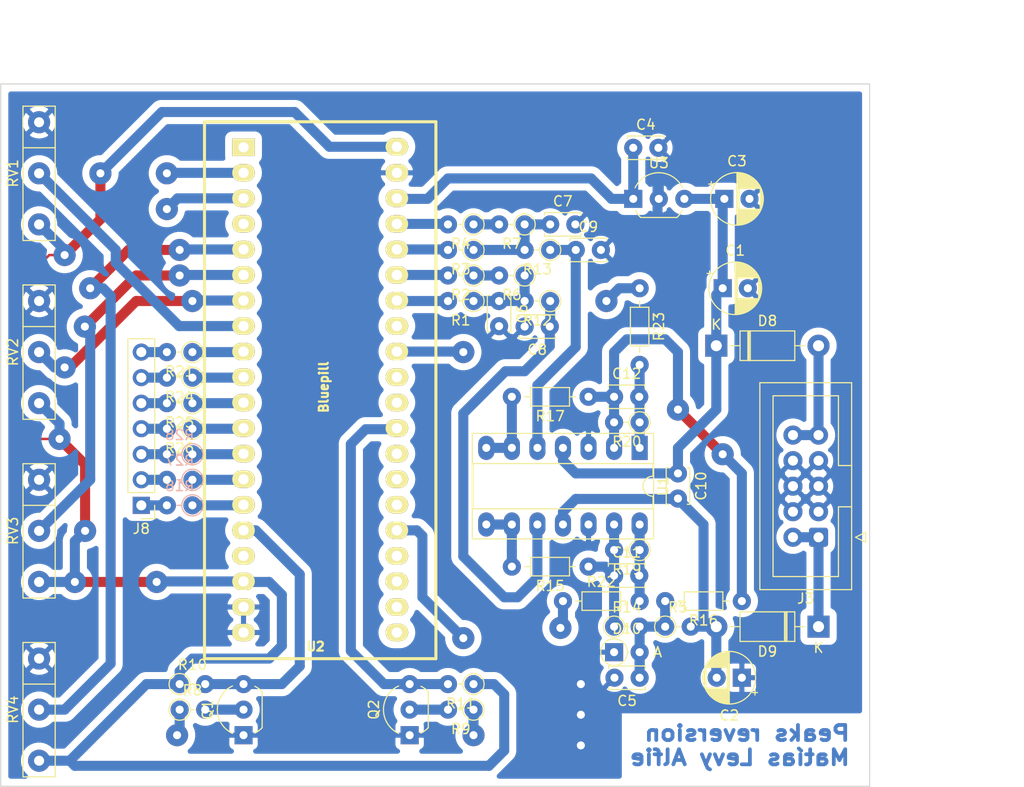
<source format=kicad_pcb>
(kicad_pcb (version 20171130) (host pcbnew "(5.1.6)-1")
  (layers (0 F.Cu signal) (31 B.Cu signal) (34 B.Paste user) (35 F.Paste user) (36 B.SilkS user) (37 F.SilkS user) (38 B.Mask user) (39 F.Mask user) (44 Edge.Cuts user))
  (net 0 "")
  (net 1 GND)
  (net 2 +12V)
  (net 3 -12V)
  (net 4 +5V)
  (net 5 /REF_-3.6)
  (net 6 "Net-(C6-Pad1)")
  (net 7 "Net-(C7-Pad1)")
  (net 8 "Net-(C8-Pad1)")
  (net 9 "Net-(C9-Pad1)")
  (net 10 "Net-(C11-Pad2)")
  (net 11 "Net-(C11-Pad1)")
  (net 12 "Net-(C12-Pad2)")
  (net 13 "Net-(C12-Pad1)")
  (net 14 "Net-(D8-Pad2)")
  (net 15 "Net-(D9-Pad1)")
  (net 16 /TRIG_1)
  (net 17 "Net-(Q1-Pad2)")
  (net 18 /TRIG_2)
  (net 19 "Net-(Q2-Pad2)")
  (net 20 /CH1_PWM1)
  (net 21 /CH1_PWM2)
  (net 22 "Net-(R2-Pad1)")
  (net 23 /CH2_PWM1)
  (net 24 /CH2_PWM2)
  (net 25 "Net-(R4-Pad1)")
  (net 26 +3V3)
  (net 27 "Net-(R15-Pad2)")
  (net 28 "Net-(R17-Pad2)")
  (net 29 /LED1)
  (net 30 /LED2)
  (net 31 /LED3)
  (net 32 /LED4)
  (net 33 /LED5)
  (net 34 /LED_SALIDA_1)
  (net 35 /LED_SALIDA_2)
  (net 36 /POT_1)
  (net 37 /POT_2)
  (net 38 /POT_3)
  (net 39 /POT_4)
  (net 40 /SW_DUAL)
  (net 41 /SW_MODE)
  (net 42 /SW_TRIG1)
  (net 43 /SW_TRIG2)
  (net 44 "Net-(U2-Pad42)")
  (net 45 "Net-(U2-Pad41)")
  (net 46 "Net-(U2-Pad33)")
  (net 47 "Net-(U2-Pad31)")
  (net 48 "Net-(U2-Pad30)")
  (net 49 "Net-(U2-Pad28)")
  (net 50 "Net-(U2-Pad27)")
  (net 51 "Net-(U2-Pad26)")
  (net 52 "Net-(U2-Pad24)")
  (net 53 "Net-(U2-Pad23)")
  (net 54 "Net-(U2-Pad22)")
  (net 55 "Net-(U2-Pad21)")
  (net 56 "Net-(U2-Pad17)")
  (net 57 "Net-(U2-Pad4)")
  (net 58 "Net-(U2-Pad1)")
  (net 59 TO_IN1)
  (net 60 TO_IN2)
  (net 61 TO_D1)
  (net 62 TO_D2)
  (net 63 TO_D3)
  (net 64 TO_D4)
  (net 65 TO_D5)
  (net 66 TO_D6)
  (net 67 TO_D7)
  (net 68 TO_OUT1)
  (net 69 TO_OUT2)
  (module Connector_PinHeader_2.54mm:PinHeader_1x07_P2.54mm_Vertical (layer F.Cu) (at 83.82 91.44 180)
    (fp_text reference J8 (at 0 -2.33) (layer F.SilkS))
    (fp_text value Conn_01x07)
    (pad 7 thru_hole oval (at 0 15.24 180) (size 1.7 1.7) (drill 1) (layers *.Cu *.Mask) (net 62 TO_D2))
    (pad 6 thru_hole oval (at 0 12.7 180) (size 1.7 1.7) (drill 1) (layers *.Cu *.Mask) (net 63 TO_D3))
    (pad 5 thru_hole oval (at 0 10.16 180) (size 1.7 1.7) (drill 1) (layers *.Cu *.Mask) (net 64 TO_D4))
    (pad 4 thru_hole oval (at 0 7.62 180) (size 1.7 1.7) (drill 1) (layers *.Cu *.Mask) (net 65 TO_D5))
    (pad 3 thru_hole oval (at 0 5.08 180) (size 1.7 1.7) (drill 1) (layers *.Cu *.Mask) (net 67 TO_D7))
    (pad 2 thru_hole oval (at 0 2.54 180) (size 1.7 1.7) (drill 1) (layers *.Cu *.Mask) (net 66 TO_D6))
    (pad 1 thru_hole rect (at 0 0 180) (size 1.7 1.7) (drill 1) (layers *.Cu *.Mask) (net 61 TO_D1))
  )
  (module Personal:R_Axial_DIN0204_L3.6mm_D1.6mm_P2.54mm_Vertical_Large_Pads (layer B.Cu) (at 88.9 86.36 180)
    (fp_text reference R28 (at 1.27 1.92) (layer B.SilkS) (effects (justify mirror)))
    (fp_text value 2k)
    (pad 2 thru_hole oval (at 2.54 0 180) (size 1.8 1.8) (drill 0.8) (layers *.Cu *.Mask) (net 67 TO_D7))
    (pad 1 thru_hole circle (at 0 0 180) (size 1.8 1.8) (drill 0.8) (layers *.Cu *.Mask) (net 35 /LED_SALIDA_2))
  )
  (module Personal:R_Axial_DIN0204_L3.6mm_D1.6mm_P2.54mm_Vertical_Large_Pads (layer B.Cu) (at 88.9 88.9 180)
    (fp_text reference R27 (at 1.27 1.92) (layer B.SilkS) (effects (justify mirror)))
    (fp_text value 2k)
    (pad 2 thru_hole oval (at 2.54 0 180) (size 1.8 1.8) (drill 0.8) (layers *.Cu *.Mask) (net 66 TO_D6))
    (pad 1 thru_hole circle (at 0 0 180) (size 1.8 1.8) (drill 0.8) (layers *.Cu *.Mask) (net 34 /LED_SALIDA_1))
  )
  (module Personal:R_Axial_DIN0204_L3.6mm_D1.6mm_P2.54mm_Vertical_Large_Pads (layer F.Cu) (at 88.9 83.82 180)
    (fp_text reference R26 (at 1.27 -1.92) (layer F.SilkS))
    (fp_text value 2k)
    (pad 2 thru_hole oval (at 2.54 0 180) (size 1.8 1.8) (drill 0.8) (layers *.Cu *.Mask) (net 65 TO_D5))
    (pad 1 thru_hole circle (at 0 0 180) (size 1.8 1.8) (drill 0.8) (layers *.Cu *.Mask) (net 33 /LED5))
  )
  (module Personal:R_Axial_DIN0204_L3.6mm_D1.6mm_P2.54mm_Vertical_Large_Pads (layer F.Cu) (at 88.9 81.28 180)
    (fp_text reference R25 (at 1.27 -1.92) (layer F.SilkS))
    (fp_text value 2k)
    (pad 2 thru_hole oval (at 2.54 0 180) (size 1.8 1.8) (drill 0.8) (layers *.Cu *.Mask) (net 64 TO_D4))
    (pad 1 thru_hole circle (at 0 0 180) (size 1.8 1.8) (drill 0.8) (layers *.Cu *.Mask) (net 32 /LED4))
  )
  (module Personal:R_Axial_DIN0204_L3.6mm_D1.6mm_P2.54mm_Vertical_Large_Pads (layer F.Cu) (at 88.9 78.74 180)
    (fp_text reference R24 (at 1.27 -1.92) (layer F.SilkS))
    (fp_text value 2k)
    (pad 2 thru_hole oval (at 2.54 0 180) (size 1.8 1.8) (drill 0.8) (layers *.Cu *.Mask) (net 63 TO_D3))
    (pad 1 thru_hole circle (at 0 0 180) (size 1.8 1.8) (drill 0.8) (layers *.Cu *.Mask) (net 31 /LED3))
  )
  (module Personal:R_Axial_DIN0204_L3.6mm_D1.6mm_P2.54mm_Vertical_Large_Pads (layer F.Cu) (at 88.9 76.2 180)
    (fp_text reference R21 (at 1.27 -1.92 180) (layer F.SilkS))
    (fp_text value 2k)
    (pad 2 thru_hole oval (at 2.54 0 180) (size 1.8 1.8) (drill 0.8) (layers *.Cu *.Mask) (net 62 TO_D2))
    (pad 1 thru_hole circle (at 0 0 180) (size 1.8 1.8) (drill 0.8) (layers *.Cu *.Mask) (net 30 /LED2))
  )
  (module Personal:R_Axial_DIN0204_L3.6mm_D1.6mm_P2.54mm_Vertical_Large_Pads (layer B.Cu) (at 88.9 91.44 180)
    (fp_text reference R18 (at 1.27 1.92) (layer B.SilkS) (effects (justify mirror)))
    (fp_text value 2k)
    (pad 2 thru_hole oval (at 2.54 0 180) (size 1.8 1.8) (drill 0.8) (layers *.Cu *.Mask) (net 61 TO_D1))
    (pad 1 thru_hole circle (at 0 0 180) (size 1.8 1.8) (drill 0.8) (layers *.Cu *.Mask) (net 29 /LED1))
  )
  (module Personal:R_Axial_DIN0204_L3.6mm_D1.6mm_P7.62mm_Horizontal_Large_Pads (layer F.Cu) (at 125.73 100.965)
    (fp_text reference R22 (at 3.81 -1.92) (layer F.SilkS))
    (fp_text value 1k)
    (pad 2 thru_hole oval (at 7.62 0) (size 1.8 1.8) (drill 0.8) (layers *.Cu *.Mask) (net 10 "Net-(C11-Pad2)"))
    (pad 1 thru_hole circle (at 0 0) (size 1.8 1.8) (drill 0.8) (layers *.Cu *.Mask) (net 68 TO_OUT1))
  )
  (module Personal:R_Axial_DIN0204_L3.6mm_D1.6mm_P7.62mm_Horizontal_Large_Pads (layer F.Cu) (at 143.51 100.965 180)
    (fp_text reference R16 (at 3.81 -1.92) (layer F.SilkS))
    (fp_text value 15k)
    (pad 2 thru_hole oval (at 7.62 0 180) (size 1.8 1.8) (drill 0.8) (layers *.Cu *.Mask) (net 5 /REF_-3.6))
    (pad 1 thru_hole circle (at 0 0 180) (size 1.8 1.8) (drill 0.8) (layers *.Cu *.Mask) (net 13 "Net-(C12-Pad1)"))
  )
  (module Personal:R_Axial_DIN0204_L3.6mm_D1.6mm_P2.54mm_Vertical_Large_Pads (layer F.Cu) (at 130.81 103.505)
    (fp_text reference R14 (at 1.27 -1.92) (layer F.SilkS))
    (fp_text value 15k)
    (pad 2 thru_hole oval (at 2.54 0) (size 1.8 1.8) (drill 0.8) (layers *.Cu *.Mask) (net 5 /REF_-3.6))
    (pad 1 thru_hole circle (at 0 0) (size 1.8 1.8) (drill 0.8) (layers *.Cu *.Mask) (net 11 "Net-(C11-Pad1)"))
  )
  (module Package_DIP:DIP-14_W7.62mm_Socket_LongPads (layer F.Cu) (at 133.35 85.725 270)
    (fp_text reference U1 (at 3.81 -2.33 90) (layer F.SilkS))
    (fp_text value TL074)
    (pad 14 thru_hole oval (at 7.62 0 270) (size 2.4 1.6) (drill 0.8) (layers *.Cu *.Mask) (net 10 "Net-(C11-Pad2)"))
    (pad 7 thru_hole oval (at 0 15.24 270) (size 2.4 1.6) (drill 0.8) (layers *.Cu *.Mask) (net 28 "Net-(R17-Pad2)"))
    (pad 13 thru_hole oval (at 7.62 2.54 270) (size 2.4 1.6) (drill 0.8) (layers *.Cu *.Mask) (net 11 "Net-(C11-Pad1)"))
    (pad 6 thru_hole oval (at 0 12.7 270) (size 2.4 1.6) (drill 0.8) (layers *.Cu *.Mask) (net 28 "Net-(R17-Pad2)"))
    (pad 12 thru_hole oval (at 7.62 5.08 270) (size 2.4 1.6) (drill 0.8) (layers *.Cu *.Mask) (net 1 GND))
    (pad 5 thru_hole oval (at 0 10.16 270) (size 2.4 1.6) (drill 0.8) (layers *.Cu *.Mask) (net 9 "Net-(C9-Pad1)"))
    (pad 11 thru_hole oval (at 7.62 7.62 270) (size 2.4 1.6) (drill 0.8) (layers *.Cu *.Mask) (net 3 -12V))
    (pad 4 thru_hole oval (at 0 7.62 270) (size 2.4 1.6) (drill 0.8) (layers *.Cu *.Mask) (net 2 +12V))
    (pad 10 thru_hole oval (at 7.62 10.16 270) (size 2.4 1.6) (drill 0.8) (layers *.Cu *.Mask) (net 8 "Net-(C8-Pad1)"))
    (pad 3 thru_hole oval (at 0 5.08 270) (size 2.4 1.6) (drill 0.8) (layers *.Cu *.Mask) (net 1 GND))
    (pad 9 thru_hole oval (at 7.62 12.7 270) (size 2.4 1.6) (drill 0.8) (layers *.Cu *.Mask) (net 27 "Net-(R15-Pad2)"))
    (pad 2 thru_hole oval (at 0 2.54 270) (size 2.4 1.6) (drill 0.8) (layers *.Cu *.Mask) (net 13 "Net-(C12-Pad1)"))
    (pad 8 thru_hole oval (at 7.62 15.24 270) (size 2.4 1.6) (drill 0.8) (layers *.Cu *.Mask) (net 27 "Net-(R15-Pad2)"))
    (pad 1 thru_hole rect (at 0 0 270) (size 2.4 1.6) (drill 0.8) (layers *.Cu *.Mask) (net 12 "Net-(C12-Pad2)"))
  )
  (module Personal:R_Axial_DIN0204_L3.6mm_D1.6mm_P7.62mm_Horizontal_Large_Pads (layer F.Cu) (at 133.35 69.85 270)
    (fp_text reference R23 (at 3.81 -1.92 90) (layer F.SilkS))
    (fp_text value 1k)
    (pad 2 thru_hole oval (at 7.62 0 270) (size 1.8 1.8) (drill 0.8) (layers *.Cu *.Mask) (net 12 "Net-(C12-Pad2)"))
    (pad 1 thru_hole circle (at 0 0 270) (size 1.8 1.8) (drill 0.8) (layers *.Cu *.Mask) (net 69 TO_OUT2))
  )
  (module Personal:R_Axial_DIN0204_L3.6mm_D1.6mm_P7.62mm_Horizontal_Large_Pads (layer F.Cu) (at 128.27 80.645 180)
    (fp_text reference R17 (at 3.81 -1.92) (layer F.SilkS))
    (fp_text value 6k8)
    (pad 2 thru_hole oval (at 7.62 0 180) (size 1.8 1.8) (drill 0.8) (layers *.Cu *.Mask) (net 28 "Net-(R17-Pad2)"))
    (pad 1 thru_hole circle (at 0 0 180) (size 1.8 1.8) (drill 0.8) (layers *.Cu *.Mask) (net 13 "Net-(C12-Pad1)"))
  )
  (module Personal:R_Axial_DIN0204_L3.6mm_D1.6mm_P7.62mm_Horizontal_Large_Pads (layer F.Cu) (at 128.27 97.536 180)
    (fp_text reference R15 (at 3.81 -1.92) (layer F.SilkS))
    (fp_text value 6k8)
    (pad 2 thru_hole oval (at 7.62 0 180) (size 1.8 1.8) (drill 0.8) (layers *.Cu *.Mask) (net 27 "Net-(R15-Pad2)"))
    (pad 1 thru_hole circle (at 0 0 180) (size 1.8 1.8) (drill 0.8) (layers *.Cu *.Mask) (net 11 "Net-(C11-Pad1)"))
  )
  (module Personal:TO-92_Inline_Wide_Large_Pads (layer F.Cu) (at 132.715 60.96)
    (fp_text reference U3 (at 2.54 -3.56) (layer F.SilkS))
    (fp_text value 78l05)
    (pad 1 thru_hole rect (at 0 0 90) (size 1.8 1.8) (drill 0.8) (layers *.Cu *.Mask) (net 4 +5V))
    (pad 3 thru_hole circle (at 5.08 0 90) (size 1.8 1.8) (drill 0.8) (layers *.Cu *.Mask) (net 2 +12V))
    (pad 2 thru_hole circle (at 2.54 0 90) (size 1.8 1.8) (drill 0.8) (layers *.Cu *.Mask) (net 1 GND))
  )
  (module BluePill_breakouts:BluePill_STM32F103C (layer F.Cu) (at 93.98 55.88)
    (fp_text reference U2 (at 7.1628 49.6062 180) (layer F.SilkS) (effects (font (size 0.889 0.889) (thickness 0.3048))))
    (fp_text value Bluepill (at 7.9756 23.7998 90) (layer F.SilkS) (effects (font (size 0.889 0.889) (thickness 0.22225))))
    (pad 40 thru_hole oval (at 15.24 -0.1016 90) (size 1.7272 2.25) (drill 1.016) (layers *.Cu *.Mask F.SilkS) (net 26 +3V3))
    (pad 39 thru_hole oval (at 15.24 2.4892 90) (size 1.7272 2.25) (drill 1.016) (layers *.Cu *.Mask F.SilkS) (net 1 GND))
    (pad 38 thru_hole oval (at 15.24 5.0292 90) (size 1.7272 2.25) (drill 1.016) (layers *.Cu *.Mask F.SilkS) (net 4 +5V))
    (pad 37 thru_hole oval (at 15.24 7.5692 90) (size 1.7272 2.25) (drill 1.016) (layers *.Cu *.Mask F.SilkS) (net 24 /CH2_PWM2))
    (pad 36 thru_hole oval (at 15.24 10.1092 90) (size 1.7272 2.25) (drill 1.016) (layers *.Cu *.Mask F.SilkS) (net 23 /CH2_PWM1))
    (pad 35 thru_hole oval (at 15.24 12.6492 90) (size 1.7272 2.25) (drill 1.016) (layers *.Cu *.Mask F.SilkS) (net 21 /CH1_PWM2))
    (pad 34 thru_hole oval (at 15.24 15.1892 90) (size 1.7272 2.25) (drill 1.016) (layers *.Cu *.Mask F.SilkS) (net 20 /CH1_PWM1))
    (pad 33 thru_hole oval (at 15.24 17.7292 90) (size 1.7272 2.25) (drill 1.016) (layers *.Cu *.Mask F.SilkS) (net 46 "Net-(U2-Pad33)"))
    (pad 32 thru_hole oval (at 15.24 20.2692 90) (size 1.7272 2.25) (drill 1.016) (layers *.Cu *.Mask F.SilkS) (net 43 /SW_TRIG2))
    (pad 31 thru_hole oval (at 15.24 22.8092 90) (size 1.7272 2.25) (drill 1.016) (layers *.Cu *.Mask F.SilkS) (net 47 "Net-(U2-Pad31)"))
    (pad 30 thru_hole oval (at 15.24 25.3492 90) (size 1.7272 2.25) (drill 1.016) (layers *.Cu *.Mask F.SilkS) (net 48 "Net-(U2-Pad30)"))
    (pad 29 thru_hole oval (at 15.24 27.8892 90) (size 1.7272 2.25) (drill 1.016) (layers *.Cu *.Mask F.SilkS) (net 18 /TRIG_2))
    (pad 28 thru_hole oval (at 15.24 30.4292 90) (size 1.7272 2.25) (drill 1.016) (layers *.Cu *.Mask F.SilkS) (net 49 "Net-(U2-Pad28)"))
    (pad 27 thru_hole oval (at 15.24 32.9692 90) (size 1.7272 2.25) (drill 1.016) (layers *.Cu *.Mask F.SilkS) (net 50 "Net-(U2-Pad27)"))
    (pad 26 thru_hole oval (at 15.24 35.5092 90) (size 1.7272 2.25) (drill 1.016) (layers *.Cu *.Mask F.SilkS) (net 51 "Net-(U2-Pad26)"))
    (pad 25 thru_hole oval (at 15.24 38.0492 90) (size 1.7272 2.25) (drill 1.016) (layers *.Cu *.Mask F.SilkS) (net 42 /SW_TRIG1))
    (pad 24 thru_hole oval (at 15.24 40.5892 90) (size 1.7272 2.25) (drill 1.016) (layers *.Cu *.Mask F.SilkS) (net 52 "Net-(U2-Pad24)"))
    (pad 23 thru_hole oval (at 15.24 43.1292 90) (size 1.7272 2.25) (drill 1.016) (layers *.Cu *.Mask F.SilkS) (net 53 "Net-(U2-Pad23)"))
    (pad 22 thru_hole oval (at 15.24 45.6692 90) (size 1.7272 2.25) (drill 1.016) (layers *.Cu *.Mask F.SilkS) (net 54 "Net-(U2-Pad22)"))
    (pad 21 thru_hole oval (at 15.24 48.2092 90) (size 1.7272 2.25) (drill 1.016) (layers *.Cu *.Mask F.SilkS) (net 55 "Net-(U2-Pad21)"))
    (pad 20 thru_hole oval (at 0 48.2092 270) (size 1.7272 2.25) (drill 1.016) (layers *.Cu *.Mask F.SilkS) (net 1 GND))
    (pad 19 thru_hole oval (at 0 45.6692 270) (size 1.7272 2.25) (drill 1.016) (layers *.Cu *.Mask F.SilkS) (net 1 GND))
    (pad 18 thru_hole oval (at 0 43.1292 270) (size 1.7272 2.25) (drill 1.016) (layers *.Cu *.Mask F.SilkS) (net 26 +3V3))
    (pad 17 thru_hole oval (at 0 40.5892 270) (size 1.7272 2.25) (drill 1.016) (layers *.Cu *.Mask F.SilkS) (net 56 "Net-(U2-Pad17)"))
    (pad 16 thru_hole oval (at 0 38.0492 270) (size 1.7272 2.25) (drill 1.016) (layers *.Cu *.Mask F.SilkS) (net 16 /TRIG_1))
    (pad 15 thru_hole oval (at 0 35.5092 270) (size 1.7272 2.25) (drill 1.016) (layers *.Cu *.Mask F.SilkS) (net 29 /LED1))
    (pad 14 thru_hole oval (at 0 32.9692 270) (size 1.7272 2.25) (drill 1.016) (layers *.Cu *.Mask F.SilkS) (net 34 /LED_SALIDA_1))
    (pad 13 thru_hole oval (at 0 30.4292 270) (size 1.7272 2.25) (drill 1.016) (layers *.Cu *.Mask F.SilkS) (net 35 /LED_SALIDA_2))
    (pad 12 thru_hole oval (at 0 27.8892 270) (size 1.7272 2.25) (drill 1.016) (layers *.Cu *.Mask F.SilkS) (net 33 /LED5))
    (pad 11 thru_hole oval (at 0 25.3492 270) (size 1.7272 2.25) (drill 1.016) (layers *.Cu *.Mask F.SilkS) (net 32 /LED4))
    (pad 10 thru_hole oval (at 0 22.8092 270) (size 1.7272 2.25) (drill 1.016) (layers *.Cu *.Mask F.SilkS) (net 31 /LED3))
    (pad 9 thru_hole oval (at 0 20.2692 270) (size 1.7272 2.25) (drill 1.016) (layers *.Cu *.Mask F.SilkS) (net 30 /LED2))
    (pad 8 thru_hole oval (at 0 17.7292 270) (size 1.7272 2.25) (drill 1.016) (layers *.Cu *.Mask F.SilkS) (net 36 /POT_1))
    (pad 7 thru_hole oval (at 0 15.1892 270) (size 1.7272 2.25) (drill 1.016) (layers *.Cu *.Mask F.SilkS) (net 37 /POT_2))
    (pad 6 thru_hole oval (at 0 12.6492 270) (size 1.7272 2.25) (drill 1.016) (layers *.Cu *.Mask F.SilkS) (net 38 /POT_3))
    (pad 5 thru_hole oval (at 0 10.1092 270) (size 1.7272 2.25) (drill 1.016) (layers *.Cu *.Mask F.SilkS) (net 39 /POT_4))
    (pad 4 thru_hole oval (at 0 7.5692 270) (size 1.7272 2.25) (drill 1.016) (layers *.Cu *.Mask F.SilkS) (net 57 "Net-(U2-Pad4)"))
    (pad 3 thru_hole oval (at 0 5.0292 270) (size 1.7272 2.25) (drill 1.016) (layers *.Cu *.Mask F.SilkS) (net 41 /SW_MODE))
    (pad 2 thru_hole oval (at 0 2.4892 270) (size 1.7272 2.25) (drill 1.016) (layers *.Cu *.Mask F.SilkS) (net 40 /SW_DUAL))
    (pad 1 thru_hole rect (at 0 -0.0508 270) (size 1.7272 2.25) (drill 1.016) (layers *.Cu *.Mask F.SilkS) (net 58 "Net-(U2-Pad1)"))
  )
  (module Personal:Potenciometro (layer F.Cu) (at 73.66 111.76 270)
    (fp_text reference RV4 (at 0 2.6 90) (layer F.SilkS))
    (fp_text value B10k)
    (pad 3 thru_hole circle (at 5.08 0 270) (size 2.2 2.2) (drill 1) (layers *.Cu *.Mask) (net 26 +3V3))
    (pad 2 thru_hole circle (at 0 0 270) (size 2.2 2.2) (drill 1) (layers *.Cu *.Mask) (net 39 /POT_4))
    (pad 1 thru_hole circle (at -5.08 0 270) (size 2.2 2.2) (drill 1) (layers *.Cu *.Mask) (net 1 GND))
  )
  (module Personal:Potenciometro (layer F.Cu) (at 73.66 93.98 270)
    (fp_text reference RV3 (at 0 2.6 90) (layer F.SilkS))
    (fp_text value B10k)
    (pad 3 thru_hole circle (at 5.08 0 270) (size 2.2 2.2) (drill 1) (layers *.Cu *.Mask) (net 26 +3V3))
    (pad 2 thru_hole circle (at 0 0 270) (size 2.2 2.2) (drill 1) (layers *.Cu *.Mask) (net 38 /POT_3))
    (pad 1 thru_hole circle (at -5.08 0 270) (size 2.2 2.2) (drill 1) (layers *.Cu *.Mask) (net 1 GND))
  )
  (module Personal:Potenciometro (layer F.Cu) (at 73.66 76.2 270)
    (fp_text reference RV2 (at 0 2.6 90) (layer F.SilkS))
    (fp_text value B10k)
    (pad 3 thru_hole circle (at 5.08 0 270) (size 2.2 2.2) (drill 1) (layers *.Cu *.Mask) (net 26 +3V3))
    (pad 2 thru_hole circle (at 0 0 270) (size 2.2 2.2) (drill 1) (layers *.Cu *.Mask) (net 37 /POT_2))
    (pad 1 thru_hole circle (at -5.08 0 270) (size 2.2 2.2) (drill 1) (layers *.Cu *.Mask) (net 1 GND))
  )
  (module Personal:Potenciometro (layer F.Cu) (at 73.66 58.42 270)
    (fp_text reference RV1 (at 0 2.6 90) (layer F.SilkS))
    (fp_text value B10k)
    (pad 3 thru_hole circle (at 5.08 0 270) (size 2.2 2.2) (drill 1) (layers *.Cu *.Mask) (net 26 +3V3))
    (pad 2 thru_hole circle (at 0 0 270) (size 2.2 2.2) (drill 1) (layers *.Cu *.Mask) (net 36 /POT_1))
    (pad 1 thru_hole circle (at -5.08 0 270) (size 2.2 2.2) (drill 1) (layers *.Cu *.Mask) (net 1 GND))
  )
  (module Personal:R_Axial_DIN0204_L3.6mm_D1.6mm_P2.54mm_Vertical_Large_Pads (layer F.Cu) (at 133.35 83.185 180)
    (fp_text reference R20 (at 1.27 -1.92) (layer F.SilkS))
    (fp_text value 33k)
    (pad 2 thru_hole oval (at 2.54 0 180) (size 1.8 1.8) (drill 0.8) (layers *.Cu *.Mask) (net 13 "Net-(C12-Pad1)"))
    (pad 1 thru_hole circle (at 0 0 180) (size 1.8 1.8) (drill 0.8) (layers *.Cu *.Mask) (net 12 "Net-(C12-Pad2)"))
  )
  (module Personal:R_Axial_DIN0204_L3.6mm_D1.6mm_P2.54mm_Vertical_Large_Pads (layer F.Cu) (at 133.35 95.885 180)
    (fp_text reference R19 (at 1.27 -1.92) (layer F.SilkS))
    (fp_text value 33k)
    (pad 2 thru_hole oval (at 2.54 0 180) (size 1.8 1.8) (drill 0.8) (layers *.Cu *.Mask) (net 11 "Net-(C11-Pad1)"))
    (pad 1 thru_hole circle (at 0 0 180) (size 1.8 1.8) (drill 0.8) (layers *.Cu *.Mask) (net 10 "Net-(C11-Pad2)"))
  )
  (module Personal:R_Axial_DIN0204_L3.6mm_D1.6mm_P2.54mm_Vertical_Large_Pads (layer F.Cu) (at 124.46 66.04 180)
    (fp_text reference R13 (at 1.27 -1.92) (layer F.SilkS))
    (fp_text value 1k5)
    (pad 2 thru_hole oval (at 2.54 0 180) (size 1.8 1.8) (drill 0.8) (layers *.Cu *.Mask) (net 7 "Net-(C7-Pad1)"))
    (pad 1 thru_hole circle (at 0 0 180) (size 1.8 1.8) (drill 0.8) (layers *.Cu *.Mask) (net 9 "Net-(C9-Pad1)"))
  )
  (module Personal:R_Axial_DIN0204_L3.6mm_D1.6mm_P2.54mm_Vertical_Large_Pads (layer F.Cu) (at 124.46 71.12 180)
    (fp_text reference R12 (at 1.27 -1.92) (layer F.SilkS))
    (fp_text value 1k5)
    (pad 2 thru_hole oval (at 2.54 0 180) (size 1.8 1.8) (drill 0.8) (layers *.Cu *.Mask) (net 6 "Net-(C6-Pad1)"))
    (pad 1 thru_hole circle (at 0 0 180) (size 1.8 1.8) (drill 0.8) (layers *.Cu *.Mask) (net 8 "Net-(C8-Pad1)"))
  )
  (module Personal:R_Axial_DIN0204_L3.6mm_D1.6mm_P2.54mm_Vertical_Large_Pads (layer F.Cu) (at 116.84 109.22 180)
    (fp_text reference R11 (at 1.27 -1.92) (layer F.SilkS))
    (fp_text value 10k)
    (pad 2 thru_hole oval (at 2.54 0 180) (size 1.8 1.8) (drill 0.8) (layers *.Cu *.Mask) (net 18 /TRIG_2))
    (pad 1 thru_hole circle (at 0 0 180) (size 1.8 1.8) (drill 0.8) (layers *.Cu *.Mask) (net 26 +3V3))
  )
  (module Personal:R_Axial_DIN0204_L3.6mm_D1.6mm_P2.54mm_Vertical_Large_Pads (layer F.Cu) (at 87.63 109.22)
    (fp_text reference R10 (at 1.27 -1.92) (layer F.SilkS))
    (fp_text value 10k)
    (pad 2 thru_hole oval (at 2.54 0) (size 1.8 1.8) (drill 0.8) (layers *.Cu *.Mask) (net 16 /TRIG_1))
    (pad 1 thru_hole circle (at 0 0) (size 1.8 1.8) (drill 0.8) (layers *.Cu *.Mask) (net 26 +3V3))
  )
  (module Personal:R_Axial_DIN0204_L3.6mm_D1.6mm_P2.54mm_Vertical_Large_Pads (layer F.Cu) (at 116.84 111.76 180)
    (fp_text reference R9 (at 1.27 -1.92) (layer F.SilkS))
    (fp_text value 100k)
    (pad 2 thru_hole oval (at 2.54 0 180) (size 1.8 1.8) (drill 0.8) (layers *.Cu *.Mask) (net 19 "Net-(Q2-Pad2)"))
    (pad 1 thru_hole circle (at 0 0 180) (size 1.8 1.8) (drill 0.8) (layers *.Cu *.Mask) (net 60 TO_IN2))
  )
  (module Personal:R_Axial_DIN0204_L3.6mm_D1.6mm_P2.54mm_Vertical_Large_Pads (layer F.Cu) (at 87.63 111.76)
    (fp_text reference R8 (at 1.27 -1.92) (layer F.SilkS))
    (fp_text value 100k)
    (pad 2 thru_hole oval (at 2.54 0) (size 1.8 1.8) (drill 0.8) (layers *.Cu *.Mask) (net 17 "Net-(Q1-Pad2)"))
    (pad 1 thru_hole circle (at 0 0) (size 1.8 1.8) (drill 0.8) (layers *.Cu *.Mask) (net 59 TO_IN1))
  )
  (module Personal:R_Axial_DIN0204_L3.6mm_D1.6mm_P2.54mm_Vertical_Large_Pads (layer F.Cu) (at 121.92 63.5 180)
    (fp_text reference R7 (at 1.27 -1.92) (layer F.SilkS))
    (fp_text value 12k)
    (pad 2 thru_hole oval (at 2.54 0 180) (size 1.8 1.8) (drill 0.8) (layers *.Cu *.Mask) (net 25 "Net-(R4-Pad1)"))
    (pad 1 thru_hole circle (at 0 0 180) (size 1.8 1.8) (drill 0.8) (layers *.Cu *.Mask) (net 7 "Net-(C7-Pad1)"))
  )
  (module Personal:R_Axial_DIN0204_L3.6mm_D1.6mm_P2.54mm_Vertical_Large_Pads (layer F.Cu) (at 121.92 68.58 180)
    (fp_text reference R6 (at 1.27 -1.92) (layer F.SilkS))
    (fp_text value 12k)
    (pad 2 thru_hole oval (at 2.54 0 180) (size 1.8 1.8) (drill 0.8) (layers *.Cu *.Mask) (net 22 "Net-(R2-Pad1)"))
    (pad 1 thru_hole circle (at 0 0 180) (size 1.8 1.8) (drill 0.8) (layers *.Cu *.Mask) (net 6 "Net-(C6-Pad1)"))
  )
  (module Personal:R_Axial_DIN0204_L3.6mm_D1.6mm_P2.54mm_Vertical_Large_Pads (layer F.Cu) (at 135.89 103.505)
    (fp_text reference R5 (at 1.27 -1.92) (layer F.SilkS))
    (fp_text value 10k)
    (pad 2 thru_hole oval (at 2.54 0) (size 1.8 1.8) (drill 0.8) (layers *.Cu *.Mask) (net 3 -12V))
    (pad 1 thru_hole circle (at 0 0) (size 1.8 1.8) (drill 0.8) (layers *.Cu *.Mask) (net 5 /REF_-3.6))
  )
  (module Personal:R_Axial_DIN0204_L3.6mm_D1.6mm_P2.54mm_Vertical_Large_Pads (layer F.Cu) (at 116.84 63.5 180)
    (fp_text reference R4 (at 1.27 -1.92) (layer F.SilkS))
    (fp_text value 180k)
    (pad 2 thru_hole oval (at 2.54 0 180) (size 1.8 1.8) (drill 0.8) (layers *.Cu *.Mask) (net 24 /CH2_PWM2))
    (pad 1 thru_hole circle (at 0 0 180) (size 1.8 1.8) (drill 0.8) (layers *.Cu *.Mask) (net 25 "Net-(R4-Pad1)"))
  )
  (module Personal:R_Axial_DIN0204_L3.6mm_D1.6mm_P2.54mm_Vertical_Large_Pads (layer F.Cu) (at 116.84 66.04 180)
    (fp_text reference R3 (at 1.27 -1.92) (layer F.SilkS))
    (fp_text value 1k5)
    (pad 2 thru_hole oval (at 2.54 0 180) (size 1.8 1.8) (drill 0.8) (layers *.Cu *.Mask) (net 23 /CH2_PWM1))
    (pad 1 thru_hole circle (at 0 0 180) (size 1.8 1.8) (drill 0.8) (layers *.Cu *.Mask) (net 7 "Net-(C7-Pad1)"))
  )
  (module Personal:R_Axial_DIN0204_L3.6mm_D1.6mm_P2.54mm_Vertical_Large_Pads (layer F.Cu) (at 116.84 68.58 180)
    (fp_text reference R2 (at 1.27 -1.92) (layer F.SilkS))
    (fp_text value 180k)
    (pad 2 thru_hole oval (at 2.54 0 180) (size 1.8 1.8) (drill 0.8) (layers *.Cu *.Mask) (net 21 /CH1_PWM2))
    (pad 1 thru_hole circle (at 0 0 180) (size 1.8 1.8) (drill 0.8) (layers *.Cu *.Mask) (net 22 "Net-(R2-Pad1)"))
  )
  (module Personal:R_Axial_DIN0204_L3.6mm_D1.6mm_P2.54mm_Vertical_Large_Pads (layer F.Cu) (at 116.84 71.12 180)
    (fp_text reference R1 (at 1.27 -1.92) (layer F.SilkS))
    (fp_text value 1k5)
    (pad 2 thru_hole oval (at 2.54 0 180) (size 1.8 1.8) (drill 0.8) (layers *.Cu *.Mask) (net 20 /CH1_PWM1))
    (pad 1 thru_hole circle (at 0 0 180) (size 1.8 1.8) (drill 0.8) (layers *.Cu *.Mask) (net 6 "Net-(C6-Pad1)"))
  )
  (module Personal:TO-92_Inline_Wide_Large_Pads (layer F.Cu) (at 110.49 114.3 90)
    (fp_text reference Q2 (at 2.54 -3.56 90) (layer F.SilkS))
    (fp_text value 2N3904)
    (pad 1 thru_hole rect (at 0 0 180) (size 1.8 1.8) (drill 0.8) (layers *.Cu *.Mask) (net 1 GND))
    (pad 3 thru_hole circle (at 5.08 0 180) (size 1.8 1.8) (drill 0.8) (layers *.Cu *.Mask) (net 18 /TRIG_2))
    (pad 2 thru_hole circle (at 2.54 0 180) (size 1.8 1.8) (drill 0.8) (layers *.Cu *.Mask) (net 19 "Net-(Q2-Pad2)"))
  )
  (module Personal:TO-92_Inline_Wide_Large_Pads (layer F.Cu) (at 93.98 114.3 90)
    (fp_text reference Q1 (at 2.54 -3.56 90) (layer F.SilkS))
    (fp_text value 2N3904)
    (pad 1 thru_hole rect (at 0 0 180) (size 1.8 1.8) (drill 0.8) (layers *.Cu *.Mask) (net 1 GND))
    (pad 3 thru_hole circle (at 5.08 0 180) (size 1.8 1.8) (drill 0.8) (layers *.Cu *.Mask) (net 16 /TRIG_1))
    (pad 2 thru_hole circle (at 2.54 0 180) (size 1.8 1.8) (drill 0.8) (layers *.Cu *.Mask) (net 17 "Net-(Q1-Pad2)"))
  )
  (module Personal:IDC-Header_2x05_P2.54mm_Vertical_Large_Pads (layer F.Cu) (at 151.13 94.615 180)
    (fp_text reference J3 (at 1.27 -6.1) (layer F.SilkS))
    (fp_text value "Eurorack Power")
    (pad 1 thru_hole roundrect (at 0 0 180) (size 1.9 1.9) (drill 1) (layers *.Cu *.Mask) (roundrect_rratio 0.147) (net 15 "Net-(D9-Pad1)"))
    (pad 3 thru_hole circle (at 0 2.54 180) (size 1.9 1.9) (drill 1) (layers *.Cu *.Mask) (net 1 GND))
    (pad 5 thru_hole circle (at 0 5.08 180) (size 1.9 1.9) (drill 1) (layers *.Cu *.Mask) (net 1 GND))
    (pad 7 thru_hole circle (at 0 7.62 180) (size 1.9 1.9) (drill 1) (layers *.Cu *.Mask) (net 1 GND))
    (pad 9 thru_hole circle (at 0 10.16 180) (size 1.9 1.9) (drill 1) (layers *.Cu *.Mask) (net 14 "Net-(D8-Pad2)"))
    (pad 2 thru_hole circle (at 2.54 0 180) (size 1.9 1.9) (drill 1) (layers *.Cu *.Mask) (net 15 "Net-(D9-Pad1)"))
    (pad 4 thru_hole circle (at 2.54 2.54 180) (size 1.9 1.9) (drill 1) (layers *.Cu *.Mask) (net 1 GND))
    (pad 6 thru_hole circle (at 2.54 5.08 180) (size 1.9 1.9) (drill 1) (layers *.Cu *.Mask) (net 1 GND))
    (pad 8 thru_hole circle (at 2.54 7.62 180) (size 1.9 1.9) (drill 1) (layers *.Cu *.Mask) (net 1 GND))
    (pad 10 thru_hole circle (at 2.54 10.16 180) (size 1.9 1.9) (drill 1) (layers *.Cu *.Mask) (net 14 "Net-(D8-Pad2)"))
  )
  (module Personal:D_DO-35_SOD27_P2.54mm_Vertical_AnodeUp_Large_Pads (layer F.Cu) (at 130.81 106.045)
    (fp_text reference D10 (at 1.27 -2.326371) (layer F.SilkS))
    (fp_text value 3.6)
    (fp_text user A (at 4.34 0) (layer F.SilkS))
    (pad 1 thru_hole rect (at 0 0) (size 1.8 1.8) (drill 0.8) (layers *.Cu *.Mask) (net 1 GND))
    (pad 2 thru_hole oval (at 2.54 0) (size 1.8 1.8) (drill 0.8) (layers *.Cu *.Mask) (net 5 /REF_-3.6))
  )
  (module Diode_THT:D_DO-41_SOD81_P10.16mm_Horizontal (layer F.Cu) (at 151.13 103.505 180)
    (fp_text reference D9 (at 5.08 -2.47) (layer F.SilkS))
    (fp_text value 1N5817)
    (fp_text user K (at 0 -2.1) (layer F.SilkS))
    (pad 2 thru_hole oval (at 10.16 0 180) (size 2.2 2.2) (drill 1.1) (layers *.Cu *.Mask) (net 3 -12V))
    (pad 1 thru_hole rect (at 0 0 180) (size 2.2 2.2) (drill 1.1) (layers *.Cu *.Mask) (net 15 "Net-(D9-Pad1)"))
  )
  (module Diode_THT:D_DO-41_SOD81_P10.16mm_Horizontal (layer F.Cu) (at 140.97 75.565)
    (fp_text reference D8 (at 5.08 -2.47) (layer F.SilkS))
    (fp_text value 1N5817)
    (fp_text user K (at 0 -2.1) (layer F.SilkS))
    (pad 2 thru_hole oval (at 10.16 0) (size 2.2 2.2) (drill 1.1) (layers *.Cu *.Mask) (net 14 "Net-(D8-Pad2)"))
    (pad 1 thru_hole rect (at 0 0) (size 2.2 2.2) (drill 1.1) (layers *.Cu *.Mask) (net 2 +12V))
  )
  (module Personal:C_Disc_D3.4mm_W2.1mm_P2.50mm_Large_Pads (layer F.Cu) (at 130.81 80.645)
    (fp_text reference C12 (at 1.25 -2.3) (layer F.SilkS))
    (fp_text value 150pf)
    (pad 2 thru_hole circle (at 2.5 0) (size 1.8 1.8) (drill 0.8) (layers *.Cu *.Mask) (net 12 "Net-(C12-Pad2)"))
    (pad 1 thru_hole circle (at 0 0) (size 1.8 1.8) (drill 0.8) (layers *.Cu *.Mask) (net 13 "Net-(C12-Pad1)"))
  )
  (module Personal:C_Disc_D3.4mm_W2.1mm_P2.50mm_Large_Pads (layer F.Cu) (at 130.81 98.425)
    (fp_text reference C11 (at 1.25 -2.3) (layer F.SilkS))
    (fp_text value 150pf)
    (pad 2 thru_hole circle (at 2.5 0) (size 1.8 1.8) (drill 0.8) (layers *.Cu *.Mask) (net 10 "Net-(C11-Pad2)"))
    (pad 1 thru_hole circle (at 0 0) (size 1.8 1.8) (drill 0.8) (layers *.Cu *.Mask) (net 11 "Net-(C11-Pad1)"))
  )
  (module Personal:C_Disc_D3.4mm_W2.1mm_P2.50mm_Large_Pads (layer F.Cu) (at 137.16 88.265 270)
    (fp_text reference C10 (at 1.25 -2.3 90) (layer F.SilkS))
    (fp_text value 100n)
    (pad 2 thru_hole circle (at 2.5 0 270) (size 1.8 1.8) (drill 0.8) (layers *.Cu *.Mask) (net 3 -12V))
    (pad 1 thru_hole circle (at 0 0 270) (size 1.8 1.8) (drill 0.8) (layers *.Cu *.Mask) (net 2 +12V))
  )
  (module Personal:C_Disc_D3.4mm_W2.1mm_P2.50mm_Large_Pads (layer F.Cu) (at 127 66.04)
    (fp_text reference C9 (at 1.25 -2.3) (layer F.SilkS))
    (fp_text value 4.7n)
    (pad 2 thru_hole circle (at 2.5 0) (size 1.8 1.8) (drill 0.8) (layers *.Cu *.Mask) (net 1 GND))
    (pad 1 thru_hole circle (at 0 0) (size 1.8 1.8) (drill 0.8) (layers *.Cu *.Mask) (net 9 "Net-(C9-Pad1)"))
  )
  (module Personal:C_Disc_D3.4mm_W2.1mm_P2.50mm_Large_Pads (layer F.Cu) (at 124.42 73.66 180)
    (fp_text reference C8 (at 1.25 -2.3) (layer F.SilkS))
    (fp_text value 4.7n)
    (pad 2 thru_hole circle (at 2.5 0 180) (size 1.8 1.8) (drill 0.8) (layers *.Cu *.Mask) (net 1 GND))
    (pad 1 thru_hole circle (at 0 0 180) (size 1.8 1.8) (drill 0.8) (layers *.Cu *.Mask) (net 8 "Net-(C8-Pad1)"))
  )
  (module Personal:C_Disc_D3.4mm_W2.1mm_P2.50mm_Large_Pads (layer F.Cu) (at 124.46 63.5)
    (fp_text reference C7 (at 1.25 -2.3) (layer F.SilkS))
    (fp_text value 4.7n)
    (pad 2 thru_hole circle (at 2.5 0) (size 1.8 1.8) (drill 0.8) (layers *.Cu *.Mask) (net 1 GND))
    (pad 1 thru_hole circle (at 0 0) (size 1.8 1.8) (drill 0.8) (layers *.Cu *.Mask) (net 7 "Net-(C7-Pad1)"))
  )
  (module Personal:C_Disc_D3.4mm_W2.1mm_P2.50mm_Large_Pads (layer F.Cu) (at 119.38 71.12 270)
    (fp_text reference C6 (at 1.25 -2.3 90) (layer F.SilkS))
    (fp_text value 4.7n)
    (pad 2 thru_hole circle (at 2.5 0 270) (size 1.8 1.8) (drill 0.8) (layers *.Cu *.Mask) (net 1 GND))
    (pad 1 thru_hole circle (at 0 0 270) (size 1.8 1.8) (drill 0.8) (layers *.Cu *.Mask) (net 6 "Net-(C6-Pad1)"))
  )
  (module Personal:C_Disc_D3.4mm_W2.1mm_P2.50mm_Large_Pads (layer F.Cu) (at 133.35 108.585 180)
    (fp_text reference C5 (at 1.25 -2.3) (layer F.SilkS))
    (fp_text value 100n)
    (pad 2 thru_hole circle (at 2.5 0 180) (size 1.8 1.8) (drill 0.8) (layers *.Cu *.Mask) (net 1 GND))
    (pad 1 thru_hole circle (at 0 0 180) (size 1.8 1.8) (drill 0.8) (layers *.Cu *.Mask) (net 5 /REF_-3.6))
  )
  (module Personal:C_Disc_D3.4mm_W2.1mm_P2.50mm_Large_Pads (layer F.Cu) (at 132.715 55.88)
    (fp_text reference C4 (at 1.25 -2.3) (layer F.SilkS))
    (fp_text value 100n)
    (pad 2 thru_hole circle (at 2.5 0) (size 1.8 1.8) (drill 0.8) (layers *.Cu *.Mask) (net 1 GND))
    (pad 1 thru_hole circle (at 0 0) (size 1.8 1.8) (drill 0.8) (layers *.Cu *.Mask) (net 4 +5V))
  )
  (module Personal:CP_Radial_D5.0mm_P2.50mm_Large_Pads (layer F.Cu) (at 141.769776 60.96)
    (fp_text reference C3 (at 1.25 -3.75) (layer F.SilkS))
    (fp_text value 0,33u)
    (pad 2 thru_hole circle (at 2.5 0) (size 1.8 1.8) (drill 0.8) (layers *.Cu *.Mask) (net 1 GND))
    (pad 1 thru_hole rect (at 0 0) (size 1.8 1.8) (drill 0.8) (layers *.Cu *.Mask) (net 2 +12V))
  )
  (module Personal:CP_Radial_D5.0mm_P2.50mm_Large_Pads (layer F.Cu) (at 143.51 108.585 180)
    (fp_text reference C2 (at 1.25 -3.75) (layer F.SilkS))
    (fp_text value 10u)
    (pad 2 thru_hole circle (at 2.5 0 180) (size 1.8 1.8) (drill 0.8) (layers *.Cu *.Mask) (net 3 -12V))
    (pad 1 thru_hole rect (at 0 0 180) (size 1.8 1.8) (drill 0.8) (layers *.Cu *.Mask) (net 1 GND))
  )
  (module Personal:CP_Radial_D5.0mm_P2.50mm_Large_Pads (layer F.Cu) (at 141.605 69.85)
    (fp_text reference C1 (at 1.25 -3.75) (layer F.SilkS))
    (fp_text value 10u)
    (pad 2 thru_hole circle (at 2.5 0) (size 1.8 1.8) (drill 0.8) (layers *.Cu *.Mask) (net 1 GND))
    (pad 1 thru_hole rect (at 0 0) (size 1.8 1.8) (drill 0.8) (layers *.Cu *.Mask) (net 2 +12V))
  )
  (gr_text "Peaks reversion\nMatías Levy Alfie" (at 154.432 115.316) (layer B.Cu) (effects (font (size 1.5 1.7) (thickness 0.375)) (justify left mirror)))
  (gr_line (start 156.21 49.53) (end 156.21 119.38) (layer Edge.Cuts) (width 0.1))
  (gr_line (start 69.85 49.53) (end 156.21 49.53) (layer Edge.Cuts) (width 0.1))
  (gr_line (start 69.85 119.38) (end 69.85 49.53) (layer Edge.Cuts) (width 0.1))
  (gr_line (start 156.21 119.38) (end 69.85 119.38) (layer Edge.Cuts) (width 0.1))
  (segment (start 135.255 60.96) (end 135.255 58.547) (width 1) (layer B.Cu) (net 1))
  (segment (start 135.255 58.547) (end 135.128 58.674) (width 1) (layer B.Cu) (net 1))
  (segment (start 135.128 58.674) (end 135.128 63.5) (width 1) (layer B.Cu) (net 1))
  (via (at 127.508 115.316) (size 2.2) (drill 0.8) (layers F.Cu B.Cu) (net 1))
  (via (at 127.508 112.268) (size 2.2) (drill 0.8) (layers F.Cu B.Cu) (net 1))
  (via (at 127.508 109.22) (size 2.2) (drill 0.8) (layers F.Cu B.Cu) (net 1))
  (segment (start 137.795 60.96) (end 141.769776 60.96) (width 1) (layer B.Cu) (net 2))
  (segment (start 125.73 85.725) (end 125.73 86.995) (width 1) (layer B.Cu) (net 2))
  (segment (start 125.73 86.995) (end 127 88.265) (width 1) (layer B.Cu) (net 2))
  (segment (start 127 88.265) (end 137.16 88.265) (width 1) (layer B.Cu) (net 2))
  (segment (start 140.97 81.915) (end 140.97 75.565) (width 1) (layer B.Cu) (net 2))
  (segment (start 137.16 88.265) (end 137.16 85.725) (width 1) (layer B.Cu) (net 2))
  (segment (start 137.16 85.725) (end 140.97 81.915) (width 1) (layer B.Cu) (net 2))
  (segment (start 140.97 70.485) (end 141.605 69.85) (width 1) (layer B.Cu) (net 2))
  (segment (start 140.97 75.565) (end 140.97 70.485) (width 1) (layer B.Cu) (net 2))
  (segment (start 141.605 61.124776) (end 141.769776 60.96) (width 1) (layer B.Cu) (net 2))
  (segment (start 141.605 69.85) (end 141.605 61.124776) (width 1) (layer B.Cu) (net 2))
  (segment (start 140.97 108.545) (end 141.01 108.585) (width 1) (layer B.Cu) (net 3))
  (segment (start 140.97 103.505) (end 140.97 108.545) (width 1) (layer B.Cu) (net 3))
  (segment (start 138.43 103.505) (end 140.97 103.505) (width 1) (layer B.Cu) (net 3))
  (segment (start 139.7 103.505) (end 140.97 103.505) (width 1) (layer B.Cu) (net 3))
  (segment (start 125.73 92.075) (end 127 90.805) (width 1) (layer B.Cu) (net 3))
  (segment (start 125.73 93.345) (end 125.73 92.075) (width 1) (layer B.Cu) (net 3))
  (segment (start 127 90.805) (end 137.16 90.805) (width 1) (layer B.Cu) (net 3))
  (segment (start 137.16 90.805) (end 139.7 93.345) (width 1) (layer B.Cu) (net 3))
  (segment (start 139.7 93.345) (end 139.7 103.505) (width 1) (layer B.Cu) (net 3))
  (segment (start 132.715 55.88) (end 132.715 60.96) (width 1) (layer B.Cu) (net 4))
  (segment (start 130.556 60.96) (end 132.715 60.96) (width 1) (layer B.Cu) (net 4))
  (segment (start 112.268 60.96) (end 114.3 58.928) (width 1) (layer B.Cu) (net 4))
  (segment (start 114.3 58.928) (end 128.524 58.928) (width 1) (layer B.Cu) (net 4))
  (segment (start 109.2708 60.96) (end 112.268 60.96) (width 1) (layer B.Cu) (net 4))
  (segment (start 109.22 60.9092) (end 109.2708 60.96) (width 1) (layer B.Cu) (net 4))
  (segment (start 128.524 58.928) (end 130.556 60.96) (width 1) (layer B.Cu) (net 4))
  (segment (start 135.89 103.505) (end 133.35 103.505) (width 1) (layer B.Cu) (net 5))
  (segment (start 133.35 103.505) (end 133.35 107.315) (width 1) (layer B.Cu) (net 5))
  (segment (start 135.89 103.505) (end 135.89 100.965) (width 1) (layer B.Cu) (net 5))
  (segment (start 133.35 106.045) (end 133.35 108.585) (width 1) (layer B.Cu) (net 5))
  (segment (start 116.84 71.12) (end 121.92 71.12) (width 1) (layer B.Cu) (net 6))
  (segment (start 121.92 71.12) (end 121.92 68.58) (width 1) (layer B.Cu) (net 6))
  (segment (start 116.84 66.04) (end 121.92 66.04) (width 1) (layer B.Cu) (net 7))
  (segment (start 121.92 63.5) (end 121.92 66.04) (width 1) (layer B.Cu) (net 7))
  (segment (start 121.92 63.5) (end 124.46 63.5) (width 1) (layer B.Cu) (net 7))
  (segment (start 124.46 73.62) (end 124.42 73.66) (width 1) (layer B.Cu) (net 8))
  (segment (start 124.46 71.12) (end 124.46 73.62) (width 1) (layer B.Cu) (net 8))
  (segment (start 123.19 98.6155) (end 123.19 93.345) (width 1) (layer B.Cu) (net 8))
  (segment (start 124.42 75.605) (end 121.92 78.105) (width 1) (layer B.Cu) (net 8))
  (segment (start 115.824 82.296) (end 115.824 96.52) (width 1) (layer B.Cu) (net 8))
  (segment (start 124.42 73.66) (end 124.42 75.605) (width 1) (layer B.Cu) (net 8))
  (segment (start 121.2215 100.584) (end 123.19 98.6155) (width 1) (layer B.Cu) (net 8))
  (segment (start 121.92 78.105) (end 120.015 78.105) (width 1) (layer B.Cu) (net 8))
  (segment (start 119.888 100.584) (end 121.2215 100.584) (width 1) (layer B.Cu) (net 8))
  (segment (start 115.824 96.52) (end 119.888 100.584) (width 1) (layer B.Cu) (net 8))
  (segment (start 120.015 78.105) (end 115.824 82.296) (width 1) (layer B.Cu) (net 8))
  (segment (start 124.46 66.04) (end 127 66.04) (width 1) (layer B.Cu) (net 9))
  (segment (start 123.19 79.502) (end 123.19 82.55) (width 1) (layer B.Cu) (net 9))
  (segment (start 123.19 82.55) (end 123.19 85.725) (width 1) (layer B.Cu) (net 9))
  (segment (start 127 66.04) (end 127 75.692) (width 1) (layer B.Cu) (net 9))
  (segment (start 127 75.692) (end 123.19 79.502) (width 1) (layer B.Cu) (net 9))
  (segment (start 133.35 100.965) (end 133.35 93.345) (width 1) (layer B.Cu) (net 10))
  (segment (start 130.81 103.505) (end 130.81 93.345) (width 1) (layer B.Cu) (net 11))
  (segment (start 129.921 97.536) (end 130.81 98.425) (width 1) (layer B.Cu) (net 11))
  (segment (start 128.27 97.536) (end 129.921 97.536) (width 1) (layer B.Cu) (net 11))
  (segment (start 133.35 80.685) (end 133.31 80.645) (width 1) (layer B.Cu) (net 12))
  (segment (start 133.35 85.725) (end 133.35 80.685) (width 1) (layer B.Cu) (net 12))
  (segment (start 133.35 80.605) (end 133.31 80.645) (width 1) (layer B.Cu) (net 12))
  (segment (start 133.35 77.47) (end 133.35 80.605) (width 1) (layer B.Cu) (net 12))
  (segment (start 130.81 85.725) (end 130.81 80.645) (width 1) (layer B.Cu) (net 13))
  (segment (start 128.27 80.645) (end 130.81 80.645) (width 1) (layer B.Cu) (net 13))
  (via (at 141.605 86.36) (size 2.2) (drill 0.8) (layers F.Cu B.Cu) (net 13))
  (segment (start 143.51 100.965) (end 143.51 88.265) (width 1) (layer B.Cu) (net 13))
  (segment (start 143.51 88.265) (end 141.605 86.36) (width 1) (layer B.Cu) (net 13))
  (via (at 137.16 81.915) (size 2.2) (drill 0.8) (layers F.Cu B.Cu) (net 13))
  (segment (start 141.605 86.36) (end 137.16 81.915) (width 1) (layer F.Cu) (net 13))
  (segment (start 130.81 76.2) (end 130.81 80.645) (width 1) (layer B.Cu) (net 13))
  (segment (start 135.89 74.93) (end 132.08 74.93) (width 1) (layer B.Cu) (net 13))
  (segment (start 137.16 81.915) (end 137.16 76.2) (width 1) (layer B.Cu) (net 13))
  (segment (start 132.08 74.93) (end 130.81 76.2) (width 1) (layer B.Cu) (net 13))
  (segment (start 137.16 76.2) (end 135.89 74.93) (width 1) (layer B.Cu) (net 13))
  (segment (start 148.59 84.455) (end 151.13 84.455) (width 1) (layer B.Cu) (net 14))
  (segment (start 151.13 75.565) (end 151.13 84.455) (width 1) (layer B.Cu) (net 14))
  (segment (start 151.13 103.505) (end 151.13 94.615) (width 1) (layer B.Cu) (net 15))
  (segment (start 148.59 94.615) (end 151.13 94.615) (width 1) (layer B.Cu) (net 15))
  (segment (start 90.17 109.22) (end 93.98 109.22) (width 1) (layer B.Cu) (net 16))
  (segment (start 97.79 109.22) (end 93.98 109.22) (width 1) (layer B.Cu) (net 16))
  (segment (start 99.568 98.298) (end 99.568 107.442) (width 1) (layer B.Cu) (net 16))
  (segment (start 93.98 93.9292) (end 95.1992 93.9292) (width 1) (layer B.Cu) (net 16))
  (segment (start 99.568 107.442) (end 97.79 109.22) (width 1) (layer B.Cu) (net 16))
  (segment (start 95.1992 93.9292) (end 99.568 98.298) (width 1) (layer B.Cu) (net 16))
  (segment (start 90.17 111.76) (end 93.98 111.76) (width 1) (layer B.Cu) (net 17))
  (segment (start 110.49 109.22) (end 114.3 109.22) (width 1) (layer B.Cu) (net 18))
  (segment (start 109.1184 83.8708) (end 109.22 83.7692) (width 1) (layer B.Cu) (net 18))
  (segment (start 107.95 109.22) (end 104.648 105.918) (width 1) (layer B.Cu) (net 18))
  (segment (start 110.49 109.22) (end 107.95 109.22) (width 1) (layer B.Cu) (net 18))
  (segment (start 104.648 105.918) (end 104.648 85.344) (width 1) (layer B.Cu) (net 18))
  (segment (start 104.648 85.344) (end 106.1212 83.8708) (width 1) (layer B.Cu) (net 18))
  (segment (start 106.1212 83.8708) (end 109.1184 83.8708) (width 1) (layer B.Cu) (net 18))
  (segment (start 114.3 111.76) (end 110.49 111.76) (width 1) (layer B.Cu) (net 19))
  (segment (start 109.2708 71.12) (end 109.22 71.0692) (width 1) (layer B.Cu) (net 20))
  (segment (start 114.3 71.12) (end 109.2708 71.12) (width 1) (layer B.Cu) (net 20))
  (segment (start 114.2492 68.5292) (end 114.3 68.58) (width 1) (layer B.Cu) (net 21))
  (segment (start 109.22 68.5292) (end 114.2492 68.5292) (width 1) (layer B.Cu) (net 21))
  (segment (start 116.84 68.58) (end 119.38 68.58) (width 1) (layer B.Cu) (net 22))
  (segment (start 114.2492 65.9892) (end 114.3 66.04) (width 1) (layer B.Cu) (net 23))
  (segment (start 109.22 65.9892) (end 114.2492 65.9892) (width 1) (layer B.Cu) (net 23))
  (segment (start 114.2492 63.4492) (end 114.3 63.5) (width 1) (layer B.Cu) (net 24))
  (segment (start 109.22 63.4492) (end 114.2492 63.4492) (width 1) (layer B.Cu) (net 24))
  (segment (start 116.84 63.5) (end 119.38 63.5) (width 1) (layer B.Cu) (net 25))
  (segment (start 94.0308 99.06) (end 93.98 99.0092) (width 1) (layer B.Cu) (net 26))
  (segment (start 87.63 107.95) (end 88.9 106.68) (width 1) (layer B.Cu) (net 26))
  (segment (start 97.79 100.33) (end 96.52 99.06) (width 1) (layer B.Cu) (net 26))
  (segment (start 88.9 106.68) (end 96.52 106.68) (width 1) (layer B.Cu) (net 26))
  (segment (start 97.79 105.41) (end 97.79 100.33) (width 1) (layer B.Cu) (net 26))
  (segment (start 96.52 99.06) (end 94.0308 99.06) (width 1) (layer B.Cu) (net 26))
  (segment (start 87.63 109.22) (end 87.63 107.95) (width 1) (layer B.Cu) (net 26))
  (segment (start 96.52 106.68) (end 97.79 105.41) (width 1) (layer B.Cu) (net 26))
  (segment (start 73.66 116.84) (end 76.708 116.84) (width 1) (layer B.Cu) (net 26))
  (segment (start 84.328 109.22) (end 87.63 109.22) (width 1) (layer B.Cu) (net 26))
  (segment (start 76.708 116.84) (end 84.328 109.22) (width 1) (layer B.Cu) (net 26))
  (via (at 85.344 99.06) (size 2.2) (drill 0.8) (layers F.Cu B.Cu) (net 26))
  (segment (start 93.98 99.0092) (end 85.3948 99.0092) (width 1) (layer B.Cu) (net 26))
  (segment (start 85.3948 99.0092) (end 85.344 99.06) (width 1) (layer B.Cu) (net 26))
  (via (at 77.216 99.06) (size 2.2) (drill 0.8) (layers F.Cu B.Cu) (net 26))
  (segment (start 85.344 99.06) (end 77.216 99.06) (width 1) (layer F.Cu) (net 26))
  (segment (start 77.216 99.06) (end 73.66 99.06) (width 1) (layer B.Cu) (net 26))
  (segment (start 109.22 55.7784) (end 102.5144 55.7784) (width 1) (layer B.Cu) (net 26))
  (segment (start 102.5144 55.7784) (end 99.06 52.324) (width 1) (layer B.Cu) (net 26))
  (segment (start 99.06 52.324) (end 85.852 52.324) (width 1) (layer B.Cu) (net 26))
  (via (at 79.756 58.42) (size 2.2) (drill 0.8) (layers F.Cu B.Cu) (net 26))
  (segment (start 85.852 52.324) (end 79.756 58.42) (width 1) (layer B.Cu) (net 26))
  (via (at 76.2 66.548) (size 2.2) (drill 0.8) (layers F.Cu B.Cu) (net 26))
  (segment (start 79.756 58.42) (end 79.756 62.992) (width 1) (layer F.Cu) (net 26))
  (segment (start 79.756 62.992) (end 76.2 66.548) (width 1) (layer F.Cu) (net 26))
  (segment (start 76.2 66.04) (end 73.66 63.5) (width 1) (layer B.Cu) (net 26))
  (segment (start 76.2 66.548) (end 76.2 66.04) (width 1) (layer B.Cu) (net 26))
  (segment (start 77.216 99.06) (end 77.216 94.996) (width 1) (layer B.Cu) (net 26))
  (via (at 78.232 93.98) (size 2.2) (drill 0.8) (layers F.Cu B.Cu) (net 26))
  (segment (start 77.216 94.996) (end 78.232 93.98) (width 1) (layer B.Cu) (net 26))
  (segment (start 78.232 93.98) (end 78.232 87.376) (width 1) (layer F.Cu) (net 26))
  (via (at 75.692 84.836) (size 2.2) (drill 0.8) (layers F.Cu B.Cu) (net 26))
  (segment (start 78.232 87.376) (end 75.692 84.836) (width 1) (layer F.Cu) (net 26))
  (segment (start 75.692 83.312) (end 73.66 81.28) (width 1) (layer B.Cu) (net 26))
  (segment (start 75.692 84.836) (end 75.692 83.312) (width 1) (layer B.Cu) (net 26))
  (segment (start 75.692 84.836) (end 72.644 84.836) (width 0.25) (layer F.Cu) (net 26))
  (segment (start 72.644 84.836) (end 71.12 83.312) (width 0.25) (layer F.Cu) (net 26))
  (segment (start 71.12 83.312) (end 71.12 70.104) (width 0.25) (layer F.Cu) (net 26))
  (segment (start 74.676 66.548) (end 76.2 66.548) (width 0.25) (layer F.Cu) (net 26))
  (segment (start 71.12 70.104) (end 74.676 66.548) (width 0.25) (layer F.Cu) (net 26))
  (segment (start 77.216 117.348) (end 118.364 117.348) (width 1) (layer B.Cu) (net 26))
  (segment (start 118.364 117.348) (end 119.888 115.824) (width 1) (layer B.Cu) (net 26))
  (segment (start 119.888 110.236) (end 118.872 109.22) (width 1) (layer B.Cu) (net 26))
  (segment (start 118.872 109.22) (end 116.84 109.22) (width 1) (layer B.Cu) (net 26))
  (segment (start 76.708 116.84) (end 77.216 117.348) (width 1) (layer B.Cu) (net 26))
  (segment (start 119.888 115.824) (end 119.888 110.236) (width 1) (layer B.Cu) (net 26))
  (segment (start 118.11 93.345) (end 120.65 93.345) (width 1) (layer B.Cu) (net 27))
  (segment (start 120.65 93.345) (end 120.65 96.012) (width 1) (layer B.Cu) (net 27))
  (segment (start 120.65 96.012) (end 120.65 97.536) (width 1) (layer B.Cu) (net 27))
  (segment (start 118.11 85.725) (end 120.65 85.725) (width 1) (layer B.Cu) (net 28))
  (segment (start 120.65 85.725) (end 120.65 80.645) (width 1) (layer B.Cu) (net 28))
  (segment (start 93.9292 91.44) (end 93.98 91.3892) (width 1) (layer B.Cu) (net 29))
  (segment (start 88.9 91.44) (end 93.9292 91.44) (width 1) (layer B.Cu) (net 29))
  (segment (start 93.9292 76.2) (end 93.98 76.1492) (width 1) (layer B.Cu) (net 30))
  (segment (start 88.9 76.2) (end 93.9292 76.2) (width 1) (layer B.Cu) (net 30))
  (segment (start 93.9292 78.74) (end 93.98 78.6892) (width 1) (layer B.Cu) (net 31))
  (segment (start 88.9 78.74) (end 93.9292 78.74) (width 1) (layer B.Cu) (net 31))
  (segment (start 93.9292 81.28) (end 93.98 81.2292) (width 1) (layer B.Cu) (net 32))
  (segment (start 88.9 81.28) (end 93.9292 81.28) (width 1) (layer B.Cu) (net 32))
  (segment (start 93.9292 83.82) (end 93.98 83.7692) (width 1) (layer B.Cu) (net 33))
  (segment (start 88.9 83.82) (end 93.9292 83.82) (width 1) (layer B.Cu) (net 33))
  (segment (start 93.9292 88.9) (end 93.98 88.8492) (width 1) (layer B.Cu) (net 34))
  (segment (start 88.9 88.9) (end 93.9292 88.9) (width 1) (layer B.Cu) (net 34))
  (segment (start 93.9292 86.36) (end 93.98 86.3092) (width 1) (layer B.Cu) (net 35))
  (segment (start 88.9 86.36) (end 93.9292 86.36) (width 1) (layer B.Cu) (net 35))
  (segment (start 87.5792 73.6092) (end 93.98 73.6092) (width 1) (layer B.Cu) (net 36))
  (segment (start 81.28 67.31) (end 87.5792 73.6092) (width 1) (layer B.Cu) (net 36))
  (segment (start 73.66 58.42) (end 81.28 66.04) (width 1) (layer B.Cu) (net 36))
  (segment (start 81.28 66.04) (end 81.28 67.31) (width 1) (layer B.Cu) (net 36))
  (via (at 88.900002 71.12) (size 2.2) (drill 0.8) (layers F.Cu B.Cu) (net 37))
  (segment (start 93.98 71.0692) (end 88.950802 71.0692) (width 1) (layer B.Cu) (net 37))
  (segment (start 88.950802 71.0692) (end 88.900002 71.12) (width 1) (layer B.Cu) (net 37))
  (via (at 76.2 77.724) (size 2.2) (drill 0.8) (layers F.Cu B.Cu) (net 37))
  (segment (start 73.66 76.2) (end 75.184 77.724) (width 1) (layer B.Cu) (net 37))
  (segment (start 75.184 77.724) (end 76.2 77.724) (width 1) (layer B.Cu) (net 37))
  (segment (start 88.900002 71.12) (end 83.312 71.12) (width 1) (layer F.Cu) (net 37))
  (segment (start 83.312 71.12) (end 76.708 77.724) (width 1) (layer F.Cu) (net 37))
  (segment (start 76.708 77.724) (end 76.2 77.724) (width 1) (layer F.Cu) (net 37))
  (via (at 78.209994 73.663959) (size 2.2) (drill 0.8) (layers F.Cu B.Cu) (net 38))
  (segment (start 93.98 68.5292) (end 87.6808 68.5292) (width 1) (layer B.Cu) (net 38))
  (via (at 87.63 68.58) (size 2.2) (drill 0.8) (layers F.Cu B.Cu) (net 38))
  (segment (start 87.6808 68.5292) (end 87.63 68.58) (width 1) (layer B.Cu) (net 38))
  (segment (start 83.312 68.58) (end 87.63 68.58) (width 1) (layer F.Cu) (net 38))
  (segment (start 78.209994 73.663959) (end 78.228041 73.663959) (width 1) (layer F.Cu) (net 38))
  (segment (start 78.228041 73.663959) (end 83.312 68.58) (width 1) (layer F.Cu) (net 38))
  (segment (start 78.74 88.9) (end 73.66 93.98) (width 1) (layer B.Cu) (net 38))
  (segment (start 78.209994 73.663959) (end 78.74 74.193965) (width 1) (layer B.Cu) (net 38))
  (segment (start 78.74 74.193965) (end 78.74 88.9) (width 1) (layer B.Cu) (net 38))
  (via (at 78.74 69.85) (size 2.2) (drill 0.8) (layers F.Cu B.Cu) (net 39))
  (segment (start 78.74 69.85) (end 82.55 66.04) (width 1) (layer F.Cu) (net 39))
  (via (at 87.63 66.04) (size 2.2) (drill 0.8) (layers F.Cu B.Cu) (net 39))
  (segment (start 93.98 65.9892) (end 87.6808 65.9892) (width 1) (layer B.Cu) (net 39))
  (segment (start 82.55 66.04) (end 87.63 66.04) (width 1) (layer F.Cu) (net 39))
  (segment (start 87.6808 65.9892) (end 87.63 66.04) (width 1) (layer B.Cu) (net 39))
  (segment (start 76.2 111.76) (end 73.66 111.76) (width 1) (layer B.Cu) (net 39))
  (segment (start 80.772 107.188) (end 76.2 111.76) (width 1) (layer B.Cu) (net 39))
  (segment (start 78.74 69.85) (end 80.01 69.85) (width 1) (layer B.Cu) (net 39))
  (segment (start 80.772 70.612) (end 80.772 107.188) (width 1) (layer B.Cu) (net 39))
  (segment (start 80.01 69.85) (end 80.772 70.612) (width 1) (layer B.Cu) (net 39))
  (via (at 86.36 58.42) (size 2.2) (drill 0.8) (layers F.Cu B.Cu) (net 40))
  (segment (start 93.98 58.3692) (end 86.4108 58.3692) (width 1) (layer B.Cu) (net 40))
  (segment (start 86.4108 58.3692) (end 86.36 58.42) (width 1) (layer B.Cu) (net 40))
  (via (at 86.36 61.976) (size 2.2) (drill 0.8) (layers F.Cu B.Cu) (net 41))
  (segment (start 93.98 60.9092) (end 87.4268 60.9092) (width 1) (layer B.Cu) (net 41))
  (segment (start 87.4268 60.9092) (end 86.36 61.976) (width 1) (layer B.Cu) (net 41))
  (via (at 115.824 104.648) (size 2.2) (drill 0.8) (layers F.Cu B.Cu) (net 42))
  (segment (start 111.76 100.584) (end 115.824 104.648) (width 1) (layer B.Cu) (net 42))
  (segment (start 111.76 94.488) (end 111.76 100.584) (width 1) (layer B.Cu) (net 42))
  (segment (start 109.22 93.9292) (end 111.2012 93.9292) (width 1) (layer B.Cu) (net 42))
  (segment (start 111.2012 93.9292) (end 111.76 94.488) (width 1) (layer B.Cu) (net 42))
  (segment (start 109.22 76.1492) (end 115.7732 76.1492) (width 1) (layer B.Cu) (net 43))
  (via (at 115.824 76.2) (size 2.2) (drill 0.8) (layers F.Cu B.Cu) (net 43))
  (segment (start 115.7732 76.1492) (end 115.824 76.2) (width 1) (layer B.Cu) (net 43))
  (segment (start 87.63 111.76) (end 87.63 114.046) (width 1) (layer B.Cu) (net 59))
  (via (at 87.376 114.3) (size 2.2) (drill 0.8) (layers F.Cu B.Cu) (net 59))
  (segment (start 87.63 114.046) (end 87.376 114.3) (width 1) (layer B.Cu) (net 59))
  (via (at 116.84 114.3) (size 2.2) (drill 0.8) (layers F.Cu B.Cu) (net 60))
  (segment (start 116.84 111.76) (end 116.84 114.3) (width 1) (layer B.Cu) (net 60))
  (segment (start 86.36 91.44) (end 83.82 91.44) (width 1) (layer B.Cu) (net 61))
  (segment (start 86.36 76.2) (end 83.82 76.2) (width 1) (layer B.Cu) (net 62))
  (segment (start 86.36 78.74) (end 83.82 78.74) (width 1) (layer B.Cu) (net 63))
  (segment (start 86.36 81.28) (end 83.82 81.28) (width 1) (layer B.Cu) (net 64))
  (segment (start 86.36 83.82) (end 83.82 83.82) (width 1) (layer B.Cu) (net 65))
  (segment (start 86.36 88.9) (end 83.82 88.9) (width 1) (layer B.Cu) (net 66))
  (segment (start 86.36 86.36) (end 83.82 86.36) (width 1) (layer B.Cu) (net 67))
  (via (at 125.476 103.632) (size 2.2) (drill 0.8) (layers F.Cu B.Cu) (net 68))
  (segment (start 125.73 100.965) (end 125.73 103.378) (width 1) (layer B.Cu) (net 68))
  (segment (start 125.73 103.378) (end 125.476 103.632) (width 1) (layer B.Cu) (net 68))
  (via (at 130.048 71.12) (size 2.2) (drill 0.8) (layers F.Cu B.Cu) (net 69))
  (segment (start 133.35 69.85) (end 131.318 69.85) (width 1) (layer B.Cu) (net 69))
  (segment (start 131.318 69.85) (end 130.048 71.12) (width 1) (layer B.Cu) (net 69))
  (zone (net 1) (net_name GND) (layer B.Cu) (connect_pads (clearance 0.7)) (min_thickness 0.5) (fill yes (arc_segments 32) (thermal_gap 0.508) (thermal_bridge_width 0.508))
    (polygon (pts (xy 156.21 119.38) (xy 69.85 119.38) (xy 69.85 49.53) (xy 156.21 49.53)))
  )
)
</source>
